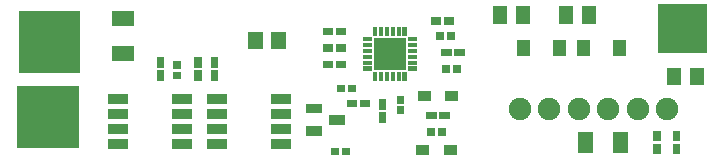
<source format=gts>
G04 Layer: TopSolderMaskLayer*
G04 EasyEDA v6.4.25, 2021-11-19T22:14:56+01:00*
G04 fb237d5051ec4c31b6b5e7a524a6c443,10*
G04 Gerber Generator version 0.2*
G04 Scale: 100 percent, Rotated: No, Reflected: No *
G04 Dimensions in millimeters *
G04 leading zeros omitted , absolute positions ,4 integer and 5 decimal *
%FSLAX45Y45*%
%MOMM*%

%ADD55C,1.9016*%

%LPD*%
G36*
X3707129Y-1325371D02*
G01*
X3707129Y-1240028D01*
X3817111Y-1240028D01*
X3817111Y-1325371D01*
G37*
G36*
X3472688Y-1325371D02*
G01*
X3472688Y-1240028D01*
X3582670Y-1240028D01*
X3582670Y-1325371D01*
G37*
G36*
X3719829Y-868171D02*
G01*
X3719829Y-782828D01*
X3829811Y-782828D01*
X3829811Y-868171D01*
G37*
G36*
X3485388Y-868171D02*
G01*
X3485388Y-782828D01*
X3595370Y-782828D01*
X3595370Y-868171D01*
G37*
G36*
X4323841Y-484123D02*
G01*
X4323841Y-354076D01*
X4434077Y-354076D01*
X4434077Y-484123D01*
G37*
G36*
X4633722Y-484123D02*
G01*
X4633722Y-354076D01*
X4743958Y-354076D01*
X4743958Y-484123D01*
G37*
G36*
X4831841Y-484123D02*
G01*
X4831841Y-354076D01*
X4942077Y-354076D01*
X4942077Y-484123D01*
G37*
G36*
X5141722Y-484123D02*
G01*
X5141722Y-354076D01*
X5251958Y-354076D01*
X5251958Y-484123D01*
G37*
G36*
X861568Y-896112D02*
G01*
X861568Y-805687D01*
X1034542Y-805687D01*
X1034542Y-896112D01*
G37*
G36*
X861568Y-1023112D02*
G01*
X861568Y-932687D01*
X1034542Y-932687D01*
X1034542Y-1023112D01*
G37*
G36*
X861568Y-1150112D02*
G01*
X861568Y-1059687D01*
X1034542Y-1059687D01*
X1034542Y-1150112D01*
G37*
G36*
X861568Y-1277112D02*
G01*
X861568Y-1186687D01*
X1034542Y-1186687D01*
X1034542Y-1277112D01*
G37*
G36*
X1404112Y-1277112D02*
G01*
X1404112Y-1186687D01*
X1576831Y-1186687D01*
X1576831Y-1277112D01*
G37*
G36*
X1404112Y-1150112D02*
G01*
X1404112Y-1059687D01*
X1576831Y-1059687D01*
X1576831Y-1150112D01*
G37*
G36*
X1404112Y-1023112D02*
G01*
X1404112Y-932687D01*
X1576831Y-932687D01*
X1576831Y-1023112D01*
G37*
G36*
X1404112Y-896112D02*
G01*
X1404112Y-805687D01*
X1576831Y-805687D01*
X1576831Y-896112D01*
G37*
G36*
X2242311Y-1277112D02*
G01*
X2242311Y-1186687D01*
X2415031Y-1186687D01*
X2415031Y-1277112D01*
G37*
G36*
X2242311Y-1150112D02*
G01*
X2242311Y-1059687D01*
X2415031Y-1059687D01*
X2415031Y-1150112D01*
G37*
G36*
X2242311Y-1023112D02*
G01*
X2242311Y-932687D01*
X2415031Y-932687D01*
X2415031Y-1023112D01*
G37*
G36*
X2242311Y-896112D02*
G01*
X2242311Y-805687D01*
X2415031Y-805687D01*
X2415031Y-896112D01*
G37*
G36*
X1699768Y-896112D02*
G01*
X1699768Y-805687D01*
X1872742Y-805687D01*
X1872742Y-896112D01*
G37*
G36*
X1699768Y-1023112D02*
G01*
X1699768Y-932687D01*
X1872742Y-932687D01*
X1872742Y-1023112D01*
G37*
G36*
X1699768Y-1150112D02*
G01*
X1699768Y-1059687D01*
X1872742Y-1059687D01*
X1872742Y-1150112D01*
G37*
G36*
X1699768Y-1277112D02*
G01*
X1699768Y-1186687D01*
X1872742Y-1186687D01*
X1872742Y-1277112D01*
G37*
G36*
X2537459Y-973836D02*
G01*
X2537459Y-893571D01*
X2672588Y-893571D01*
X2672588Y-973836D01*
G37*
G36*
X2537459Y-1163828D02*
G01*
X2537459Y-1083563D01*
X2672588Y-1083563D01*
X2672588Y-1163828D01*
G37*
G36*
X2737611Y-1068831D02*
G01*
X2737611Y-988568D01*
X2872740Y-988568D01*
X2872740Y-1068831D01*
G37*
G36*
X900429Y-530860D02*
G01*
X900429Y-399795D01*
X1080770Y-399795D01*
X1080770Y-530860D01*
G37*
G36*
X900429Y-235204D02*
G01*
X900429Y-104139D01*
X1080770Y-104139D01*
X1080770Y-235204D01*
G37*
G36*
X5787897Y-734313D02*
G01*
X5787897Y-586486D01*
X5911341Y-586486D01*
X5911341Y-734313D01*
G37*
G36*
X5594858Y-734313D02*
G01*
X5594858Y-586486D01*
X5718302Y-586486D01*
X5718302Y-734313D01*
G37*
G36*
X2051558Y-429513D02*
G01*
X2051558Y-281686D01*
X2175002Y-281686D01*
X2175002Y-429513D01*
G37*
G36*
X2244597Y-429513D02*
G01*
X2244597Y-281686D01*
X2368041Y-281686D01*
X2368041Y-429513D01*
G37*
G36*
X3107181Y-699007D02*
G01*
X3107181Y-622300D01*
X3145281Y-622300D01*
X3145281Y-699007D01*
G37*
G36*
X3157220Y-699007D02*
G01*
X3157220Y-622300D01*
X3195320Y-622300D01*
X3195320Y-699007D01*
G37*
G36*
X3207258Y-699007D02*
G01*
X3207258Y-622300D01*
X3245104Y-622300D01*
X3245104Y-699007D01*
G37*
G36*
X3257295Y-699007D02*
G01*
X3257295Y-622300D01*
X3295141Y-622300D01*
X3295141Y-699007D01*
G37*
G36*
X3307079Y-699007D02*
G01*
X3307079Y-622300D01*
X3345179Y-622300D01*
X3345179Y-699007D01*
G37*
G36*
X3357118Y-699007D02*
G01*
X3357118Y-622300D01*
X3395218Y-622300D01*
X3395218Y-699007D01*
G37*
G36*
X3403600Y-613918D02*
G01*
X3403600Y-575818D01*
X3480308Y-575818D01*
X3480308Y-613918D01*
G37*
G36*
X3403600Y-563879D02*
G01*
X3403600Y-525779D01*
X3480308Y-525779D01*
X3480308Y-563879D01*
G37*
G36*
X3403600Y-513842D02*
G01*
X3403600Y-475995D01*
X3480308Y-475995D01*
X3480308Y-513842D01*
G37*
G36*
X3403600Y-463804D02*
G01*
X3403600Y-425957D01*
X3480308Y-425957D01*
X3480308Y-463804D01*
G37*
G36*
X3403600Y-414020D02*
G01*
X3403600Y-375920D01*
X3480308Y-375920D01*
X3480308Y-414020D01*
G37*
G36*
X3403600Y-363981D02*
G01*
X3403600Y-325881D01*
X3480308Y-325881D01*
X3480308Y-363981D01*
G37*
G36*
X3357118Y-317500D02*
G01*
X3357118Y-240792D01*
X3395218Y-240792D01*
X3395218Y-317500D01*
G37*
G36*
X3307079Y-317500D02*
G01*
X3307079Y-240792D01*
X3345179Y-240792D01*
X3345179Y-317500D01*
G37*
G36*
X3257295Y-317500D02*
G01*
X3257295Y-240792D01*
X3295141Y-240792D01*
X3295141Y-317500D01*
G37*
G36*
X3207258Y-317500D02*
G01*
X3207258Y-240792D01*
X3245104Y-240792D01*
X3245104Y-317500D01*
G37*
G36*
X3157220Y-317500D02*
G01*
X3157220Y-240792D01*
X3195320Y-240792D01*
X3195320Y-317500D01*
G37*
G36*
X3107181Y-317500D02*
G01*
X3107181Y-240792D01*
X3145281Y-240792D01*
X3145281Y-317500D01*
G37*
G36*
X3022091Y-363981D02*
G01*
X3022091Y-325881D01*
X3098800Y-325881D01*
X3098800Y-363981D01*
G37*
G36*
X3022091Y-414020D02*
G01*
X3022091Y-375920D01*
X3098800Y-375920D01*
X3098800Y-414020D01*
G37*
G36*
X3022091Y-463804D02*
G01*
X3022091Y-425957D01*
X3098800Y-425957D01*
X3098800Y-463804D01*
G37*
G36*
X3022091Y-513842D02*
G01*
X3022091Y-475995D01*
X3098800Y-475995D01*
X3098800Y-513842D01*
G37*
G36*
X3022091Y-563879D02*
G01*
X3022091Y-525779D01*
X3098800Y-525779D01*
X3098800Y-563879D01*
G37*
G36*
X3022091Y-613918D02*
G01*
X3022091Y-575818D01*
X3098800Y-575818D01*
X3098800Y-613918D01*
G37*
G36*
X3118611Y-602487D02*
G01*
X3118611Y-337312D01*
X3383788Y-337312D01*
X3383788Y-602487D01*
G37*
G36*
X5517641Y-464057D02*
G01*
X5517641Y-43942D01*
X5937758Y-43942D01*
X5937758Y-464057D01*
G37*
G36*
X3155695Y-1051560D02*
G01*
X3155695Y-962405D01*
X3219704Y-962405D01*
X3219704Y-1051560D01*
G37*
G36*
X3155695Y-942594D02*
G01*
X3155695Y-853439D01*
X3219704Y-853439D01*
X3219704Y-942594D01*
G37*
G36*
X3596640Y-222504D02*
G01*
X3596640Y-158495D01*
X3685793Y-158495D01*
X3685793Y-222504D01*
G37*
G36*
X3705606Y-222504D02*
G01*
X3705606Y-158495D01*
X3794759Y-158495D01*
X3794759Y-222504D01*
G37*
G36*
X2791206Y-311404D02*
G01*
X2791206Y-247395D01*
X2880359Y-247395D01*
X2880359Y-311404D01*
G37*
G36*
X2682240Y-311404D02*
G01*
X2682240Y-247395D01*
X2771393Y-247395D01*
X2771393Y-311404D01*
G37*
G36*
X2791206Y-451104D02*
G01*
X2791206Y-387095D01*
X2880359Y-387095D01*
X2880359Y-451104D01*
G37*
G36*
X2682240Y-451104D02*
G01*
X2682240Y-387095D01*
X2771393Y-387095D01*
X2771393Y-451104D01*
G37*
G36*
X2791206Y-590804D02*
G01*
X2791206Y-526795D01*
X2880359Y-526795D01*
X2880359Y-590804D01*
G37*
G36*
X2682240Y-590804D02*
G01*
X2682240Y-526795D01*
X2771393Y-526795D01*
X2771393Y-590804D01*
G37*
G36*
X1276095Y-586994D02*
G01*
X1276095Y-497839D01*
X1340104Y-497839D01*
X1340104Y-586994D01*
G37*
G36*
X1276095Y-695960D02*
G01*
X1276095Y-606805D01*
X1340104Y-606805D01*
X1340104Y-695960D01*
G37*
G36*
X1593595Y-586994D02*
G01*
X1593595Y-497839D01*
X1657604Y-497839D01*
X1657604Y-586994D01*
G37*
G36*
X1593595Y-695960D02*
G01*
X1593595Y-606805D01*
X1657604Y-606805D01*
X1657604Y-695960D01*
G37*
G36*
X1733295Y-695960D02*
G01*
X1733295Y-606805D01*
X1797304Y-606805D01*
X1797304Y-695960D01*
G37*
G36*
X1733295Y-586994D02*
G01*
X1733295Y-497839D01*
X1797304Y-497839D01*
X1797304Y-586994D01*
G37*
G36*
X5644895Y-1318260D02*
G01*
X5644895Y-1229105D01*
X5708904Y-1229105D01*
X5708904Y-1318260D01*
G37*
G36*
X5644895Y-1209294D02*
G01*
X5644895Y-1120139D01*
X5708904Y-1120139D01*
X5708904Y-1209294D01*
G37*
G36*
X5479795Y-1318260D02*
G01*
X5479795Y-1229105D01*
X5543804Y-1229105D01*
X5543804Y-1318260D01*
G37*
G36*
X5479795Y-1209294D02*
G01*
X5479795Y-1120139D01*
X5543804Y-1120139D01*
X5543804Y-1209294D01*
G37*
G36*
X3667506Y-1022604D02*
G01*
X3667506Y-958595D01*
X3756659Y-958595D01*
X3756659Y-1022604D01*
G37*
G36*
X3558540Y-1022604D02*
G01*
X3558540Y-958595D01*
X3647693Y-958595D01*
X3647693Y-1022604D01*
G37*
G36*
X3644391Y-349504D02*
G01*
X3644391Y-285495D01*
X3711193Y-285495D01*
X3711193Y-349504D01*
G37*
G36*
X3731006Y-349504D02*
G01*
X3731006Y-285495D01*
X3797808Y-285495D01*
X3797808Y-349504D01*
G37*
G36*
X4841240Y-1309370D02*
G01*
X4841240Y-1129029D01*
X4972304Y-1129029D01*
X4972304Y-1309370D01*
G37*
G36*
X5136895Y-1309370D02*
G01*
X5136895Y-1129029D01*
X5267959Y-1129029D01*
X5267959Y-1309370D01*
G37*
G36*
X3695191Y-628904D02*
G01*
X3695191Y-564895D01*
X3761993Y-564895D01*
X3761993Y-628904D01*
G37*
G36*
X3781806Y-628904D02*
G01*
X3781806Y-564895D01*
X3848608Y-564895D01*
X3848608Y-628904D01*
G37*
G36*
X1415795Y-686307D02*
G01*
X1415795Y-619505D01*
X1479804Y-619505D01*
X1479804Y-686307D01*
G37*
G36*
X1415795Y-599694D02*
G01*
X1415795Y-532892D01*
X1479804Y-532892D01*
X1479804Y-599694D01*
G37*
G36*
X3308095Y-978407D02*
G01*
X3308095Y-911605D01*
X3372104Y-911605D01*
X3372104Y-978407D01*
G37*
G36*
X3308095Y-891794D02*
G01*
X3308095Y-824992D01*
X3372104Y-824992D01*
X3372104Y-891794D01*
G37*
G36*
X2755391Y-1327404D02*
G01*
X2755391Y-1263395D01*
X2822193Y-1263395D01*
X2822193Y-1327404D01*
G37*
G36*
X2842006Y-1327404D02*
G01*
X2842006Y-1263395D01*
X2908808Y-1263395D01*
X2908808Y-1327404D01*
G37*
G36*
X3654806Y-1162304D02*
G01*
X3654806Y-1098295D01*
X3721608Y-1098295D01*
X3721608Y-1162304D01*
G37*
G36*
X3568191Y-1162304D02*
G01*
X3568191Y-1098295D01*
X3634993Y-1098295D01*
X3634993Y-1162304D01*
G37*
G36*
X2892806Y-794004D02*
G01*
X2892806Y-729995D01*
X2959608Y-729995D01*
X2959608Y-794004D01*
G37*
G36*
X2806191Y-794004D02*
G01*
X2806191Y-729995D01*
X2872993Y-729995D01*
X2872993Y-794004D01*
G37*
G36*
X2885440Y-921004D02*
G01*
X2885440Y-856995D01*
X2974593Y-856995D01*
X2974593Y-921004D01*
G37*
G36*
X2994406Y-921004D02*
G01*
X2994406Y-856995D01*
X3083559Y-856995D01*
X3083559Y-921004D01*
G37*
G36*
X3794506Y-489204D02*
G01*
X3794506Y-425195D01*
X3883659Y-425195D01*
X3883659Y-489204D01*
G37*
G36*
X3685540Y-489204D02*
G01*
X3685540Y-425195D01*
X3774693Y-425195D01*
X3774693Y-489204D01*
G37*
G36*
X4314697Y-213613D02*
G01*
X4314697Y-65786D01*
X4438141Y-65786D01*
X4438141Y-213613D01*
G37*
G36*
X4121658Y-213613D02*
G01*
X4121658Y-65786D01*
X4245102Y-65786D01*
X4245102Y-213613D01*
G37*
G36*
X4680458Y-213613D02*
G01*
X4680458Y-65786D01*
X4803902Y-65786D01*
X4803902Y-213613D01*
G37*
G36*
X4873497Y-213613D02*
G01*
X4873497Y-65786D01*
X4996941Y-65786D01*
X4996941Y-213613D01*
G37*
G36*
X108204Y-628395D02*
G01*
X108204Y-108204D01*
X628395Y-108204D01*
X628395Y-628395D01*
G37*
G36*
X95504Y-1263395D02*
G01*
X95504Y-743204D01*
X615695Y-743204D01*
X615695Y-1263395D01*
G37*
D55*
G01*
X5600700Y-939800D03*
G01*
X5350687Y-939800D03*
G01*
X5100700Y-939800D03*
G01*
X4850688Y-939800D03*
G01*
X4600702Y-939800D03*
G01*
X4350689Y-939800D03*
M02*

</source>
